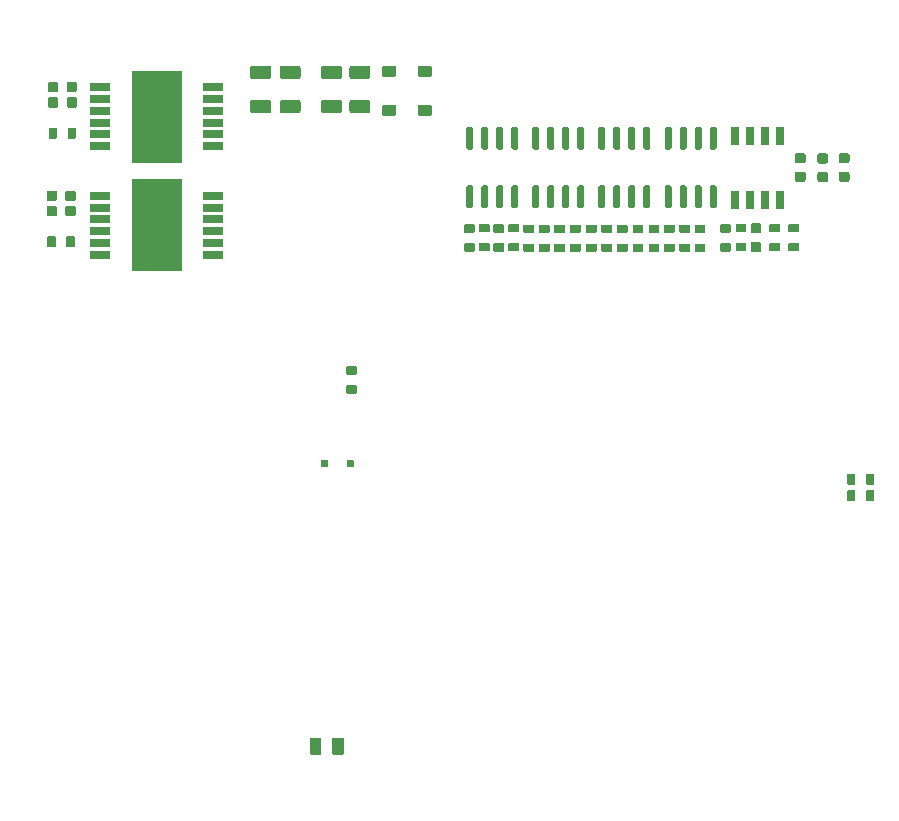
<source format=gtp>
G04 #@! TF.GenerationSoftware,KiCad,Pcbnew,8.0.9-8.0.9-0~ubuntu24.04.1*
G04 #@! TF.CreationDate,2026-01-01T22:03:07+00:00*
G04 #@! TF.ProjectId,PROLT,50524f4c-542e-46b6-9963-61645f706362,rev?*
G04 #@! TF.SameCoordinates,Original*
G04 #@! TF.FileFunction,Paste,Top*
G04 #@! TF.FilePolarity,Positive*
%FSLAX46Y46*%
G04 Gerber Fmt 4.6, Leading zero omitted, Abs format (unit mm)*
G04 Created by KiCad (PCBNEW 8.0.9-8.0.9-0~ubuntu24.04.1) date 2026-01-01 22:03:07*
%MOMM*%
%LPD*%
G01*
G04 APERTURE LIST*
%ADD10R,0.650000X1.525000*%
%ADD11R,1.750000X0.650000*%
%ADD12R,4.300000X7.900000*%
G04 APERTURE END LIST*
G04 #@! TO.C,R9*
G36*
G01*
X38055000Y43773405D02*
X37275000Y43773405D01*
G75*
G02*
X37205000Y43843405I0J70000D01*
G01*
X37205000Y44403405D01*
G75*
G02*
X37275000Y44473405I70000J0D01*
G01*
X38055000Y44473405D01*
G75*
G02*
X38125000Y44403405I0J-70000D01*
G01*
X38125000Y43843405D01*
G75*
G02*
X38055000Y43773405I-70000J0D01*
G01*
G37*
G36*
G01*
X38055000Y45373405D02*
X37275000Y45373405D01*
G75*
G02*
X37205000Y45443405I0J70000D01*
G01*
X37205000Y46003405D01*
G75*
G02*
X37275000Y46073405I70000J0D01*
G01*
X38055000Y46073405D01*
G75*
G02*
X38125000Y46003405I0J-70000D01*
G01*
X38125000Y45443405D01*
G75*
G02*
X38055000Y45373405I-70000J0D01*
G01*
G37*
G04 #@! TD*
G04 #@! TO.C,U2*
G36*
G01*
X49045000Y47450000D02*
X48745000Y47450000D01*
G75*
G02*
X48595000Y47600000I0J150000D01*
G01*
X48595000Y49250000D01*
G75*
G02*
X48745000Y49400000I150000J0D01*
G01*
X49045000Y49400000D01*
G75*
G02*
X49195000Y49250000I0J-150000D01*
G01*
X49195000Y47600000D01*
G75*
G02*
X49045000Y47450000I-150000J0D01*
G01*
G37*
G36*
G01*
X50315000Y47450000D02*
X50015000Y47450000D01*
G75*
G02*
X49865000Y47600000I0J150000D01*
G01*
X49865000Y49250000D01*
G75*
G02*
X50015000Y49400000I150000J0D01*
G01*
X50315000Y49400000D01*
G75*
G02*
X50465000Y49250000I0J-150000D01*
G01*
X50465000Y47600000D01*
G75*
G02*
X50315000Y47450000I-150000J0D01*
G01*
G37*
G36*
G01*
X51585000Y47450000D02*
X51285000Y47450000D01*
G75*
G02*
X51135000Y47600000I0J150000D01*
G01*
X51135000Y49250000D01*
G75*
G02*
X51285000Y49400000I150000J0D01*
G01*
X51585000Y49400000D01*
G75*
G02*
X51735000Y49250000I0J-150000D01*
G01*
X51735000Y47600000D01*
G75*
G02*
X51585000Y47450000I-150000J0D01*
G01*
G37*
G36*
G01*
X52855000Y47450000D02*
X52555000Y47450000D01*
G75*
G02*
X52405000Y47600000I0J150000D01*
G01*
X52405000Y49250000D01*
G75*
G02*
X52555000Y49400000I150000J0D01*
G01*
X52855000Y49400000D01*
G75*
G02*
X53005000Y49250000I0J-150000D01*
G01*
X53005000Y47600000D01*
G75*
G02*
X52855000Y47450000I-150000J0D01*
G01*
G37*
G36*
G01*
X52855000Y52400000D02*
X52555000Y52400000D01*
G75*
G02*
X52405000Y52550000I0J150000D01*
G01*
X52405000Y54200000D01*
G75*
G02*
X52555000Y54350000I150000J0D01*
G01*
X52855000Y54350000D01*
G75*
G02*
X53005000Y54200000I0J-150000D01*
G01*
X53005000Y52550000D01*
G75*
G02*
X52855000Y52400000I-150000J0D01*
G01*
G37*
G36*
G01*
X51585000Y52400000D02*
X51285000Y52400000D01*
G75*
G02*
X51135000Y52550000I0J150000D01*
G01*
X51135000Y54200000D01*
G75*
G02*
X51285000Y54350000I150000J0D01*
G01*
X51585000Y54350000D01*
G75*
G02*
X51735000Y54200000I0J-150000D01*
G01*
X51735000Y52550000D01*
G75*
G02*
X51585000Y52400000I-150000J0D01*
G01*
G37*
G36*
G01*
X50315000Y52400000D02*
X50015000Y52400000D01*
G75*
G02*
X49865000Y52550000I0J150000D01*
G01*
X49865000Y54200000D01*
G75*
G02*
X50015000Y54350000I150000J0D01*
G01*
X50315000Y54350000D01*
G75*
G02*
X50465000Y54200000I0J-150000D01*
G01*
X50465000Y52550000D01*
G75*
G02*
X50315000Y52400000I-150000J0D01*
G01*
G37*
G36*
G01*
X49045000Y52400000D02*
X48745000Y52400000D01*
G75*
G02*
X48595000Y52550000I0J150000D01*
G01*
X48595000Y54200000D01*
G75*
G02*
X48745000Y54350000I150000J0D01*
G01*
X49045000Y54350000D01*
G75*
G02*
X49195000Y54200000I0J-150000D01*
G01*
X49195000Y52550000D01*
G75*
G02*
X49045000Y52400000I-150000J0D01*
G01*
G37*
G04 #@! TD*
G04 #@! TO.C,C1*
G36*
G01*
X62270000Y43734999D02*
X61590000Y43734999D01*
G75*
G02*
X61505000Y43819999I0J85000D01*
G01*
X61505000Y44499999D01*
G75*
G02*
X61590000Y44584999I85000J0D01*
G01*
X62270000Y44584999D01*
G75*
G02*
X62355000Y44499999I0J-85000D01*
G01*
X62355000Y43819999D01*
G75*
G02*
X62270000Y43734999I-85000J0D01*
G01*
G37*
G36*
G01*
X62270000Y45315001D02*
X61590000Y45315001D01*
G75*
G02*
X61505000Y45400001I0J85000D01*
G01*
X61505000Y46080001D01*
G75*
G02*
X61590000Y46165001I85000J0D01*
G01*
X62270000Y46165001D01*
G75*
G02*
X62355000Y46080001I0J-85000D01*
G01*
X62355000Y45400001D01*
G75*
G02*
X62270000Y45315001I-85000J0D01*
G01*
G37*
G04 #@! TD*
G04 #@! TO.C,R3*
G36*
G01*
X43610000Y46050000D02*
X44390000Y46050000D01*
G75*
G02*
X44460000Y45980000I0J-70000D01*
G01*
X44460000Y45420000D01*
G75*
G02*
X44390000Y45350000I-70000J0D01*
G01*
X43610000Y45350000D01*
G75*
G02*
X43540000Y45420000I0J70000D01*
G01*
X43540000Y45980000D01*
G75*
G02*
X43610000Y46050000I70000J0D01*
G01*
G37*
G36*
G01*
X43610000Y44450000D02*
X44390000Y44450000D01*
G75*
G02*
X44460000Y44380000I0J-70000D01*
G01*
X44460000Y43820000D01*
G75*
G02*
X44390000Y43750000I-70000J0D01*
G01*
X43610000Y43750000D01*
G75*
G02*
X43540000Y43820000I0J70000D01*
G01*
X43540000Y44380000D01*
G75*
G02*
X43610000Y44450000I70000J0D01*
G01*
G37*
G04 #@! TD*
G04 #@! TO.C,C26*
G36*
G01*
X1894998Y48160000D02*
X1894998Y48840000D01*
G75*
G02*
X1979998Y48925000I85000J0D01*
G01*
X2659998Y48925000D01*
G75*
G02*
X2744998Y48840000I0J-85000D01*
G01*
X2744998Y48160000D01*
G75*
G02*
X2659998Y48075000I-85000J0D01*
G01*
X1979998Y48075000D01*
G75*
G02*
X1894998Y48160000I0J85000D01*
G01*
G37*
G36*
G01*
X3475000Y48160000D02*
X3475000Y48840000D01*
G75*
G02*
X3560000Y48925000I85000J0D01*
G01*
X4240000Y48925000D01*
G75*
G02*
X4325000Y48840000I0J-85000D01*
G01*
X4325000Y48160000D01*
G75*
G02*
X4240000Y48075000I-85000J0D01*
G01*
X3560000Y48075000D01*
G75*
G02*
X3475000Y48160000I0J85000D01*
G01*
G37*
G04 #@! TD*
G04 #@! TO.C,R15*
G36*
G01*
X71950000Y23490000D02*
X71950000Y22710000D01*
G75*
G02*
X71880000Y22640000I-70000J0D01*
G01*
X71320000Y22640000D01*
G75*
G02*
X71250000Y22710000I0J70000D01*
G01*
X71250000Y23490000D01*
G75*
G02*
X71320000Y23560000I70000J0D01*
G01*
X71880000Y23560000D01*
G75*
G02*
X71950000Y23490000I0J-70000D01*
G01*
G37*
G36*
G01*
X70350000Y23490000D02*
X70350000Y22710000D01*
G75*
G02*
X70280000Y22640000I-70000J0D01*
G01*
X69720000Y22640000D01*
G75*
G02*
X69650000Y22710000I0J70000D01*
G01*
X69650000Y23490000D01*
G75*
G02*
X69720000Y23560000I70000J0D01*
G01*
X70280000Y23560000D01*
G75*
G02*
X70350000Y23490000I0J-70000D01*
G01*
G37*
G04 #@! TD*
G04 #@! TO.C,U1*
G36*
G01*
X43445000Y47450000D02*
X43145000Y47450000D01*
G75*
G02*
X42995000Y47600000I0J150000D01*
G01*
X42995000Y49250000D01*
G75*
G02*
X43145000Y49400000I150000J0D01*
G01*
X43445000Y49400000D01*
G75*
G02*
X43595000Y49250000I0J-150000D01*
G01*
X43595000Y47600000D01*
G75*
G02*
X43445000Y47450000I-150000J0D01*
G01*
G37*
G36*
G01*
X44715000Y47450000D02*
X44415000Y47450000D01*
G75*
G02*
X44265000Y47600000I0J150000D01*
G01*
X44265000Y49250000D01*
G75*
G02*
X44415000Y49400000I150000J0D01*
G01*
X44715000Y49400000D01*
G75*
G02*
X44865000Y49250000I0J-150000D01*
G01*
X44865000Y47600000D01*
G75*
G02*
X44715000Y47450000I-150000J0D01*
G01*
G37*
G36*
G01*
X45985000Y47450000D02*
X45685000Y47450000D01*
G75*
G02*
X45535000Y47600000I0J150000D01*
G01*
X45535000Y49250000D01*
G75*
G02*
X45685000Y49400000I150000J0D01*
G01*
X45985000Y49400000D01*
G75*
G02*
X46135000Y49250000I0J-150000D01*
G01*
X46135000Y47600000D01*
G75*
G02*
X45985000Y47450000I-150000J0D01*
G01*
G37*
G36*
G01*
X47255000Y47450000D02*
X46955000Y47450000D01*
G75*
G02*
X46805000Y47600000I0J150000D01*
G01*
X46805000Y49250000D01*
G75*
G02*
X46955000Y49400000I150000J0D01*
G01*
X47255000Y49400000D01*
G75*
G02*
X47405000Y49250000I0J-150000D01*
G01*
X47405000Y47600000D01*
G75*
G02*
X47255000Y47450000I-150000J0D01*
G01*
G37*
G36*
G01*
X47255000Y52400000D02*
X46955000Y52400000D01*
G75*
G02*
X46805000Y52550000I0J150000D01*
G01*
X46805000Y54200000D01*
G75*
G02*
X46955000Y54350000I150000J0D01*
G01*
X47255000Y54350000D01*
G75*
G02*
X47405000Y54200000I0J-150000D01*
G01*
X47405000Y52550000D01*
G75*
G02*
X47255000Y52400000I-150000J0D01*
G01*
G37*
G36*
G01*
X45985000Y52400000D02*
X45685000Y52400000D01*
G75*
G02*
X45535000Y52550000I0J150000D01*
G01*
X45535000Y54200000D01*
G75*
G02*
X45685000Y54350000I150000J0D01*
G01*
X45985000Y54350000D01*
G75*
G02*
X46135000Y54200000I0J-150000D01*
G01*
X46135000Y52550000D01*
G75*
G02*
X45985000Y52400000I-150000J0D01*
G01*
G37*
G36*
G01*
X44715000Y52400000D02*
X44415000Y52400000D01*
G75*
G02*
X44265000Y52550000I0J150000D01*
G01*
X44265000Y54200000D01*
G75*
G02*
X44415000Y54350000I150000J0D01*
G01*
X44715000Y54350000D01*
G75*
G02*
X44865000Y54200000I0J-150000D01*
G01*
X44865000Y52550000D01*
G75*
G02*
X44715000Y52400000I-150000J0D01*
G01*
G37*
G36*
G01*
X43445000Y52400000D02*
X43145000Y52400000D01*
G75*
G02*
X42995000Y52550000I0J150000D01*
G01*
X42995000Y54200000D01*
G75*
G02*
X43145000Y54350000I150000J0D01*
G01*
X43445000Y54350000D01*
G75*
G02*
X43595000Y54200000I0J-150000D01*
G01*
X43595000Y52550000D01*
G75*
G02*
X43445000Y52400000I-150000J0D01*
G01*
G37*
G04 #@! TD*
G04 #@! TO.C,F7*
G36*
G01*
X27500000Y58605010D02*
X27500000Y59295010D01*
G75*
G02*
X27730000Y59525010I230000J0D01*
G01*
X29070000Y59525010D01*
G75*
G02*
X29300000Y59295010I0J-230000D01*
G01*
X29300000Y58605010D01*
G75*
G02*
X29070000Y58375010I-230000J0D01*
G01*
X27730000Y58375010D01*
G75*
G02*
X27500000Y58605010I0J230000D01*
G01*
G37*
G36*
G01*
X27500000Y55704990D02*
X27500000Y56394990D01*
G75*
G02*
X27730000Y56624990I230000J0D01*
G01*
X29070000Y56624990D01*
G75*
G02*
X29300000Y56394990I0J-230000D01*
G01*
X29300000Y55704990D01*
G75*
G02*
X29070000Y55474990I-230000J0D01*
G01*
X27730000Y55474990D01*
G75*
G02*
X27500000Y55704990I0J230000D01*
G01*
G37*
G04 #@! TD*
G04 #@! TO.C,R20*
G36*
G01*
X51558175Y46055000D02*
X52338175Y46055000D01*
G75*
G02*
X52408175Y45985000I0J-70000D01*
G01*
X52408175Y45425000D01*
G75*
G02*
X52338175Y45355000I-70000J0D01*
G01*
X51558175Y45355000D01*
G75*
G02*
X51488175Y45425000I0J70000D01*
G01*
X51488175Y45985000D01*
G75*
G02*
X51558175Y46055000I70000J0D01*
G01*
G37*
G36*
G01*
X51558175Y44455000D02*
X52338175Y44455000D01*
G75*
G02*
X52408175Y44385000I0J-70000D01*
G01*
X52408175Y43825000D01*
G75*
G02*
X52338175Y43755000I-70000J0D01*
G01*
X51558175Y43755000D01*
G75*
G02*
X51488175Y43825000I0J70000D01*
G01*
X51488175Y44385000D01*
G75*
G02*
X51558175Y44455000I70000J0D01*
G01*
G37*
G04 #@! TD*
D10*
G04 #@! TO.C,IC1*
X60160000Y48113000D03*
X61430000Y48113000D03*
X62700000Y48113000D03*
X63970000Y48113000D03*
X63970000Y53537000D03*
X62700000Y53537000D03*
X61430000Y53537000D03*
X60160000Y53537000D03*
G04 #@! TD*
G04 #@! TO.C,R12*
G36*
G01*
X4250000Y44990000D02*
X4250000Y44210000D01*
G75*
G02*
X4180000Y44140000I-70000J0D01*
G01*
X3620000Y44140000D01*
G75*
G02*
X3550000Y44210000I0J70000D01*
G01*
X3550000Y44990000D01*
G75*
G02*
X3620000Y45060000I70000J0D01*
G01*
X4180000Y45060000D01*
G75*
G02*
X4250000Y44990000I0J-70000D01*
G01*
G37*
G36*
G01*
X2650000Y44990000D02*
X2650000Y44210000D01*
G75*
G02*
X2580000Y44140000I-70000J0D01*
G01*
X2020000Y44140000D01*
G75*
G02*
X1950000Y44210000I0J70000D01*
G01*
X1950000Y44990000D01*
G75*
G02*
X2020000Y45060000I70000J0D01*
G01*
X2580000Y45060000D01*
G75*
G02*
X2650000Y44990000I0J-70000D01*
G01*
G37*
G04 #@! TD*
G04 #@! TO.C,R25*
G36*
G01*
X54210000Y46050000D02*
X54990000Y46050000D01*
G75*
G02*
X55060000Y45980000I0J-70000D01*
G01*
X55060000Y45420000D01*
G75*
G02*
X54990000Y45350000I-70000J0D01*
G01*
X54210000Y45350000D01*
G75*
G02*
X54140000Y45420000I0J70000D01*
G01*
X54140000Y45980000D01*
G75*
G02*
X54210000Y46050000I70000J0D01*
G01*
G37*
G36*
G01*
X54210000Y44450000D02*
X54990000Y44450000D01*
G75*
G02*
X55060000Y44380000I0J-70000D01*
G01*
X55060000Y43820000D01*
G75*
G02*
X54990000Y43750000I-70000J0D01*
G01*
X54210000Y43750000D01*
G75*
G02*
X54140000Y43820000I0J70000D01*
G01*
X54140000Y44380000D01*
G75*
G02*
X54210000Y44450000I70000J0D01*
G01*
G37*
G04 #@! TD*
G04 #@! TO.C,C13*
G36*
G01*
X1994998Y57360000D02*
X1994998Y58040000D01*
G75*
G02*
X2079998Y58125000I85000J0D01*
G01*
X2759998Y58125000D01*
G75*
G02*
X2844998Y58040000I0J-85000D01*
G01*
X2844998Y57360000D01*
G75*
G02*
X2759998Y57275000I-85000J0D01*
G01*
X2079998Y57275000D01*
G75*
G02*
X1994998Y57360000I0J85000D01*
G01*
G37*
G36*
G01*
X3575000Y57360000D02*
X3575000Y58040000D01*
G75*
G02*
X3660000Y58125000I85000J0D01*
G01*
X4340000Y58125000D01*
G75*
G02*
X4425000Y58040000I0J-85000D01*
G01*
X4425000Y57360000D01*
G75*
G02*
X4340000Y57275000I-85000J0D01*
G01*
X3660000Y57275000D01*
G75*
G02*
X3575000Y57360000I0J85000D01*
G01*
G37*
G04 #@! TD*
G04 #@! TO.C,R14*
G36*
G01*
X69650000Y24110000D02*
X69650000Y24890000D01*
G75*
G02*
X69720000Y24960000I70000J0D01*
G01*
X70280000Y24960000D01*
G75*
G02*
X70350000Y24890000I0J-70000D01*
G01*
X70350000Y24110000D01*
G75*
G02*
X70280000Y24040000I-70000J0D01*
G01*
X69720000Y24040000D01*
G75*
G02*
X69650000Y24110000I0J70000D01*
G01*
G37*
G36*
G01*
X71250000Y24110000D02*
X71250000Y24890000D01*
G75*
G02*
X71320000Y24960000I70000J0D01*
G01*
X71880000Y24960000D01*
G75*
G02*
X71950000Y24890000I0J-70000D01*
G01*
X71950000Y24110000D01*
G75*
G02*
X71880000Y24040000I-70000J0D01*
G01*
X71320000Y24040000D01*
G75*
G02*
X71250000Y24110000I0J70000D01*
G01*
G37*
G04 #@! TD*
G04 #@! TO.C,R19*
G36*
G01*
X48910000Y46050000D02*
X49690000Y46050000D01*
G75*
G02*
X49760000Y45980000I0J-70000D01*
G01*
X49760000Y45420000D01*
G75*
G02*
X49690000Y45350000I-70000J0D01*
G01*
X48910000Y45350000D01*
G75*
G02*
X48840000Y45420000I0J70000D01*
G01*
X48840000Y45980000D01*
G75*
G02*
X48910000Y46050000I70000J0D01*
G01*
G37*
G36*
G01*
X48910000Y44450000D02*
X49690000Y44450000D01*
G75*
G02*
X49760000Y44380000I0J-70000D01*
G01*
X49760000Y43820000D01*
G75*
G02*
X49690000Y43750000I-70000J0D01*
G01*
X48910000Y43750000D01*
G75*
G02*
X48840000Y43820000I0J70000D01*
G01*
X48840000Y44380000D01*
G75*
G02*
X48910000Y44450000I70000J0D01*
G01*
G37*
G04 #@! TD*
G04 #@! TO.C,R2*
G36*
G01*
X45690000Y43750000D02*
X44910000Y43750000D01*
G75*
G02*
X44840000Y43820000I0J70000D01*
G01*
X44840000Y44380000D01*
G75*
G02*
X44910000Y44450000I70000J0D01*
G01*
X45690000Y44450000D01*
G75*
G02*
X45760000Y44380000I0J-70000D01*
G01*
X45760000Y43820000D01*
G75*
G02*
X45690000Y43750000I-70000J0D01*
G01*
G37*
G36*
G01*
X45690000Y45350000D02*
X44910000Y45350000D01*
G75*
G02*
X44840000Y45420000I0J70000D01*
G01*
X44840000Y45980000D01*
G75*
G02*
X44910000Y46050000I70000J0D01*
G01*
X45690000Y46050000D01*
G75*
G02*
X45760000Y45980000I0J-70000D01*
G01*
X45760000Y45420000D01*
G75*
G02*
X45690000Y45350000I-70000J0D01*
G01*
G37*
G04 #@! TD*
D11*
G04 #@! TO.C,IC3*
X16000000Y43500000D03*
X16000000Y44500000D03*
X16000000Y45500000D03*
X16000000Y46500000D03*
X16000000Y47500000D03*
X16000000Y48500000D03*
X6400000Y48500000D03*
X6400000Y47500000D03*
X6400000Y46500000D03*
X6400000Y45500000D03*
X6400000Y44500000D03*
X6400000Y43500000D03*
D12*
X11200000Y46000000D03*
G04 #@! TD*
G04 #@! TO.C,D3*
G36*
G01*
X27838502Y25512502D02*
X27358502Y25512502D01*
G75*
G02*
X27298502Y25572502I0J60000D01*
G01*
X27298502Y26052502D01*
G75*
G02*
X27358502Y26112502I60000J0D01*
G01*
X27838502Y26112502D01*
G75*
G02*
X27898502Y26052502I0J-60000D01*
G01*
X27898502Y25572502D01*
G75*
G02*
X27838502Y25512502I-60000J0D01*
G01*
G37*
G36*
G01*
X25638502Y25512502D02*
X25158502Y25512502D01*
G75*
G02*
X25098502Y25572502I0J60000D01*
G01*
X25098502Y26052502D01*
G75*
G02*
X25158502Y26112502I60000J0D01*
G01*
X25638502Y26112502D01*
G75*
G02*
X25698502Y26052502I0J-60000D01*
G01*
X25698502Y25572502D01*
G75*
G02*
X25638502Y25512502I-60000J0D01*
G01*
G37*
G04 #@! TD*
G04 #@! TO.C,R24*
G36*
G01*
X56290000Y43750000D02*
X55510000Y43750000D01*
G75*
G02*
X55440000Y43820000I0J70000D01*
G01*
X55440000Y44380000D01*
G75*
G02*
X55510000Y44450000I70000J0D01*
G01*
X56290000Y44450000D01*
G75*
G02*
X56360000Y44380000I0J-70000D01*
G01*
X56360000Y43820000D01*
G75*
G02*
X56290000Y43750000I-70000J0D01*
G01*
G37*
G36*
G01*
X56290000Y45350000D02*
X55510000Y45350000D01*
G75*
G02*
X55440000Y45420000I0J70000D01*
G01*
X55440000Y45980000D01*
G75*
G02*
X55510000Y46050000I70000J0D01*
G01*
X56290000Y46050000D01*
G75*
G02*
X56360000Y45980000I0J-70000D01*
G01*
X56360000Y45420000D01*
G75*
G02*
X56290000Y45350000I-70000J0D01*
G01*
G37*
G04 #@! TD*
G04 #@! TO.C,C27*
G36*
G01*
X1894998Y46860000D02*
X1894998Y47540000D01*
G75*
G02*
X1979998Y47625000I85000J0D01*
G01*
X2659998Y47625000D01*
G75*
G02*
X2744998Y47540000I0J-85000D01*
G01*
X2744998Y46860000D01*
G75*
G02*
X2659998Y46775000I-85000J0D01*
G01*
X1979998Y46775000D01*
G75*
G02*
X1894998Y46860000I0J85000D01*
G01*
G37*
G36*
G01*
X3475000Y46860000D02*
X3475000Y47540000D01*
G75*
G02*
X3560000Y47625000I85000J0D01*
G01*
X4240000Y47625000D01*
G75*
G02*
X4325000Y47540000I0J-85000D01*
G01*
X4325000Y46860000D01*
G75*
G02*
X4240000Y46775000I-85000J0D01*
G01*
X3560000Y46775000D01*
G75*
G02*
X3475000Y46860000I0J85000D01*
G01*
G37*
G04 #@! TD*
G04 #@! TO.C,R13*
G36*
G01*
X28090000Y31750000D02*
X27310000Y31750000D01*
G75*
G02*
X27240000Y31820000I0J70000D01*
G01*
X27240000Y32380000D01*
G75*
G02*
X27310000Y32450000I70000J0D01*
G01*
X28090000Y32450000D01*
G75*
G02*
X28160000Y32380000I0J-70000D01*
G01*
X28160000Y31820000D01*
G75*
G02*
X28090000Y31750000I-70000J0D01*
G01*
G37*
G36*
G01*
X28090000Y33350000D02*
X27310000Y33350000D01*
G75*
G02*
X27240000Y33420000I0J70000D01*
G01*
X27240000Y33980000D01*
G75*
G02*
X27310000Y34050000I70000J0D01*
G01*
X28090000Y34050000D01*
G75*
G02*
X28160000Y33980000I0J-70000D01*
G01*
X28160000Y33420000D01*
G75*
G02*
X28090000Y33350000I-70000J0D01*
G01*
G37*
G04 #@! TD*
G04 #@! TO.C,U3*
G36*
G01*
X54645000Y47450000D02*
X54345000Y47450000D01*
G75*
G02*
X54195000Y47600000I0J150000D01*
G01*
X54195000Y49250000D01*
G75*
G02*
X54345000Y49400000I150000J0D01*
G01*
X54645000Y49400000D01*
G75*
G02*
X54795000Y49250000I0J-150000D01*
G01*
X54795000Y47600000D01*
G75*
G02*
X54645000Y47450000I-150000J0D01*
G01*
G37*
G36*
G01*
X55915000Y47450000D02*
X55615000Y47450000D01*
G75*
G02*
X55465000Y47600000I0J150000D01*
G01*
X55465000Y49250000D01*
G75*
G02*
X55615000Y49400000I150000J0D01*
G01*
X55915000Y49400000D01*
G75*
G02*
X56065000Y49250000I0J-150000D01*
G01*
X56065000Y47600000D01*
G75*
G02*
X55915000Y47450000I-150000J0D01*
G01*
G37*
G36*
G01*
X57185000Y47450000D02*
X56885000Y47450000D01*
G75*
G02*
X56735000Y47600000I0J150000D01*
G01*
X56735000Y49250000D01*
G75*
G02*
X56885000Y49400000I150000J0D01*
G01*
X57185000Y49400000D01*
G75*
G02*
X57335000Y49250000I0J-150000D01*
G01*
X57335000Y47600000D01*
G75*
G02*
X57185000Y47450000I-150000J0D01*
G01*
G37*
G36*
G01*
X58455000Y47450000D02*
X58155000Y47450000D01*
G75*
G02*
X58005000Y47600000I0J150000D01*
G01*
X58005000Y49250000D01*
G75*
G02*
X58155000Y49400000I150000J0D01*
G01*
X58455000Y49400000D01*
G75*
G02*
X58605000Y49250000I0J-150000D01*
G01*
X58605000Y47600000D01*
G75*
G02*
X58455000Y47450000I-150000J0D01*
G01*
G37*
G36*
G01*
X58455000Y52400000D02*
X58155000Y52400000D01*
G75*
G02*
X58005000Y52550000I0J150000D01*
G01*
X58005000Y54200000D01*
G75*
G02*
X58155000Y54350000I150000J0D01*
G01*
X58455000Y54350000D01*
G75*
G02*
X58605000Y54200000I0J-150000D01*
G01*
X58605000Y52550000D01*
G75*
G02*
X58455000Y52400000I-150000J0D01*
G01*
G37*
G36*
G01*
X57185000Y52400000D02*
X56885000Y52400000D01*
G75*
G02*
X56735000Y52550000I0J150000D01*
G01*
X56735000Y54200000D01*
G75*
G02*
X56885000Y54350000I150000J0D01*
G01*
X57185000Y54350000D01*
G75*
G02*
X57335000Y54200000I0J-150000D01*
G01*
X57335000Y52550000D01*
G75*
G02*
X57185000Y52400000I-150000J0D01*
G01*
G37*
G36*
G01*
X55915000Y52400000D02*
X55615000Y52400000D01*
G75*
G02*
X55465000Y52550000I0J150000D01*
G01*
X55465000Y54200000D01*
G75*
G02*
X55615000Y54350000I150000J0D01*
G01*
X55915000Y54350000D01*
G75*
G02*
X56065000Y54200000I0J-150000D01*
G01*
X56065000Y52550000D01*
G75*
G02*
X55915000Y52400000I-150000J0D01*
G01*
G37*
G36*
G01*
X54645000Y52400000D02*
X54345000Y52400000D01*
G75*
G02*
X54195000Y52550000I0J150000D01*
G01*
X54195000Y54200000D01*
G75*
G02*
X54345000Y54350000I150000J0D01*
G01*
X54645000Y54350000D01*
G75*
G02*
X54795000Y54200000I0J-150000D01*
G01*
X54795000Y52550000D01*
G75*
G02*
X54645000Y52400000I-150000J0D01*
G01*
G37*
G04 #@! TD*
G04 #@! TO.C,R5*
G36*
G01*
X59755000Y43775000D02*
X58975000Y43775000D01*
G75*
G02*
X58905000Y43845000I0J70000D01*
G01*
X58905000Y44405000D01*
G75*
G02*
X58975000Y44475000I70000J0D01*
G01*
X59755000Y44475000D01*
G75*
G02*
X59825000Y44405000I0J-70000D01*
G01*
X59825000Y43845000D01*
G75*
G02*
X59755000Y43775000I-70000J0D01*
G01*
G37*
G36*
G01*
X59755000Y45375000D02*
X58975000Y45375000D01*
G75*
G02*
X58905000Y45445000I0J70000D01*
G01*
X58905000Y46005000D01*
G75*
G02*
X58975000Y46075000I70000J0D01*
G01*
X59755000Y46075000D01*
G75*
G02*
X59825000Y46005000I0J-70000D01*
G01*
X59825000Y45445000D01*
G75*
G02*
X59755000Y45375000I-70000J0D01*
G01*
G37*
G04 #@! TD*
G04 #@! TO.C,R21*
G36*
G01*
X38535000Y46100000D02*
X39315000Y46100000D01*
G75*
G02*
X39385000Y46030000I0J-70000D01*
G01*
X39385000Y45470000D01*
G75*
G02*
X39315000Y45400000I-70000J0D01*
G01*
X38535000Y45400000D01*
G75*
G02*
X38465000Y45470000I0J70000D01*
G01*
X38465000Y46030000D01*
G75*
G02*
X38535000Y46100000I70000J0D01*
G01*
G37*
G36*
G01*
X38535000Y44500000D02*
X39315000Y44500000D01*
G75*
G02*
X39385000Y44430000I0J-70000D01*
G01*
X39385000Y43870000D01*
G75*
G02*
X39315000Y43800000I-70000J0D01*
G01*
X38535000Y43800000D01*
G75*
G02*
X38465000Y43870000I0J70000D01*
G01*
X38465000Y44430000D01*
G75*
G02*
X38535000Y44500000I70000J0D01*
G01*
G37*
G04 #@! TD*
D11*
G04 #@! TO.C,IC2*
X16000000Y52700000D03*
X16000000Y53700000D03*
X16000000Y54700000D03*
X16000000Y55700000D03*
X16000000Y56700000D03*
X16000000Y57700000D03*
X6400000Y57700000D03*
X6400000Y56700000D03*
X6400000Y55700000D03*
X6400000Y54700000D03*
X6400000Y53700000D03*
X6400000Y52700000D03*
D12*
X11200000Y55200000D03*
G04 #@! TD*
G04 #@! TO.C,R1*
G36*
G01*
X43090000Y43750000D02*
X42310000Y43750000D01*
G75*
G02*
X42240000Y43820000I0J70000D01*
G01*
X42240000Y44380000D01*
G75*
G02*
X42310000Y44450000I70000J0D01*
G01*
X43090000Y44450000D01*
G75*
G02*
X43160000Y44380000I0J-70000D01*
G01*
X43160000Y43820000D01*
G75*
G02*
X43090000Y43750000I-70000J0D01*
G01*
G37*
G36*
G01*
X43090000Y45350000D02*
X42310000Y45350000D01*
G75*
G02*
X42240000Y45420000I0J70000D01*
G01*
X42240000Y45980000D01*
G75*
G02*
X42310000Y46050000I70000J0D01*
G01*
X43090000Y46050000D01*
G75*
G02*
X43160000Y45980000I0J-70000D01*
G01*
X43160000Y45420000D01*
G75*
G02*
X43090000Y45350000I-70000J0D01*
G01*
G37*
G04 #@! TD*
G04 #@! TO.C,F2*
G36*
G01*
X67343750Y52100000D02*
X67856250Y52100000D01*
G75*
G02*
X68075000Y51881250I0J-218750D01*
G01*
X68075000Y51443750D01*
G75*
G02*
X67856250Y51225000I-218750J0D01*
G01*
X67343750Y51225000D01*
G75*
G02*
X67125000Y51443750I0J218750D01*
G01*
X67125000Y51881250D01*
G75*
G02*
X67343750Y52100000I218750J0D01*
G01*
G37*
G36*
G01*
X67343750Y50525000D02*
X67856250Y50525000D01*
G75*
G02*
X68075000Y50306250I0J-218750D01*
G01*
X68075000Y49868750D01*
G75*
G02*
X67856250Y49650000I-218750J0D01*
G01*
X67343750Y49650000D01*
G75*
G02*
X67125000Y49868750I0J218750D01*
G01*
X67125000Y50306250D01*
G75*
G02*
X67343750Y50525000I218750J0D01*
G01*
G37*
G04 #@! TD*
G04 #@! TO.C,U4*
G36*
G01*
X37845000Y47450000D02*
X37545000Y47450000D01*
G75*
G02*
X37395000Y47600000I0J150000D01*
G01*
X37395000Y49250000D01*
G75*
G02*
X37545000Y49400000I150000J0D01*
G01*
X37845000Y49400000D01*
G75*
G02*
X37995000Y49250000I0J-150000D01*
G01*
X37995000Y47600000D01*
G75*
G02*
X37845000Y47450000I-150000J0D01*
G01*
G37*
G36*
G01*
X39115000Y47450000D02*
X38815000Y47450000D01*
G75*
G02*
X38665000Y47600000I0J150000D01*
G01*
X38665000Y49250000D01*
G75*
G02*
X38815000Y49400000I150000J0D01*
G01*
X39115000Y49400000D01*
G75*
G02*
X39265000Y49250000I0J-150000D01*
G01*
X39265000Y47600000D01*
G75*
G02*
X39115000Y47450000I-150000J0D01*
G01*
G37*
G36*
G01*
X40385000Y47450000D02*
X40085000Y47450000D01*
G75*
G02*
X39935000Y47600000I0J150000D01*
G01*
X39935000Y49250000D01*
G75*
G02*
X40085000Y49400000I150000J0D01*
G01*
X40385000Y49400000D01*
G75*
G02*
X40535000Y49250000I0J-150000D01*
G01*
X40535000Y47600000D01*
G75*
G02*
X40385000Y47450000I-150000J0D01*
G01*
G37*
G36*
G01*
X41655000Y47450000D02*
X41355000Y47450000D01*
G75*
G02*
X41205000Y47600000I0J150000D01*
G01*
X41205000Y49250000D01*
G75*
G02*
X41355000Y49400000I150000J0D01*
G01*
X41655000Y49400000D01*
G75*
G02*
X41805000Y49250000I0J-150000D01*
G01*
X41805000Y47600000D01*
G75*
G02*
X41655000Y47450000I-150000J0D01*
G01*
G37*
G36*
G01*
X41655000Y52400000D02*
X41355000Y52400000D01*
G75*
G02*
X41205000Y52550000I0J150000D01*
G01*
X41205000Y54200000D01*
G75*
G02*
X41355000Y54350000I150000J0D01*
G01*
X41655000Y54350000D01*
G75*
G02*
X41805000Y54200000I0J-150000D01*
G01*
X41805000Y52550000D01*
G75*
G02*
X41655000Y52400000I-150000J0D01*
G01*
G37*
G36*
G01*
X40385000Y52400000D02*
X40085000Y52400000D01*
G75*
G02*
X39935000Y52550000I0J150000D01*
G01*
X39935000Y54200000D01*
G75*
G02*
X40085000Y54350000I150000J0D01*
G01*
X40385000Y54350000D01*
G75*
G02*
X40535000Y54200000I0J-150000D01*
G01*
X40535000Y52550000D01*
G75*
G02*
X40385000Y52400000I-150000J0D01*
G01*
G37*
G36*
G01*
X39115000Y52400000D02*
X38815000Y52400000D01*
G75*
G02*
X38665000Y52550000I0J150000D01*
G01*
X38665000Y54200000D01*
G75*
G02*
X38815000Y54350000I150000J0D01*
G01*
X39115000Y54350000D01*
G75*
G02*
X39265000Y54200000I0J-150000D01*
G01*
X39265000Y52550000D01*
G75*
G02*
X39115000Y52400000I-150000J0D01*
G01*
G37*
G36*
G01*
X37845000Y52400000D02*
X37545000Y52400000D01*
G75*
G02*
X37395000Y52550000I0J150000D01*
G01*
X37395000Y54200000D01*
G75*
G02*
X37545000Y54350000I150000J0D01*
G01*
X37845000Y54350000D01*
G75*
G02*
X37995000Y54200000I0J-150000D01*
G01*
X37995000Y52550000D01*
G75*
G02*
X37845000Y52400000I-150000J0D01*
G01*
G37*
G04 #@! TD*
G04 #@! TO.C,F5*
G36*
G01*
X21600000Y58605010D02*
X21600000Y59295010D01*
G75*
G02*
X21830000Y59525010I230000J0D01*
G01*
X23170000Y59525010D01*
G75*
G02*
X23400000Y59295010I0J-230000D01*
G01*
X23400000Y58605010D01*
G75*
G02*
X23170000Y58375010I-230000J0D01*
G01*
X21830000Y58375010D01*
G75*
G02*
X21600000Y58605010I0J230000D01*
G01*
G37*
G36*
G01*
X21600000Y55704990D02*
X21600000Y56394990D01*
G75*
G02*
X21830000Y56624990I230000J0D01*
G01*
X23170000Y56624990D01*
G75*
G02*
X23400000Y56394990I0J-230000D01*
G01*
X23400000Y55704990D01*
G75*
G02*
X23170000Y55474990I-230000J0D01*
G01*
X21830000Y55474990D01*
G75*
G02*
X21600000Y55704990I0J230000D01*
G01*
G37*
G04 #@! TD*
G04 #@! TO.C,R26*
G36*
G01*
X56810000Y46050000D02*
X57590000Y46050000D01*
G75*
G02*
X57660000Y45980000I0J-70000D01*
G01*
X57660000Y45420000D01*
G75*
G02*
X57590000Y45350000I-70000J0D01*
G01*
X56810000Y45350000D01*
G75*
G02*
X56740000Y45420000I0J70000D01*
G01*
X56740000Y45980000D01*
G75*
G02*
X56810000Y46050000I70000J0D01*
G01*
G37*
G36*
G01*
X56810000Y44450000D02*
X57590000Y44450000D01*
G75*
G02*
X57660000Y44380000I0J-70000D01*
G01*
X57660000Y43820000D01*
G75*
G02*
X57590000Y43750000I-70000J0D01*
G01*
X56810000Y43750000D01*
G75*
G02*
X56740000Y43820000I0J70000D01*
G01*
X56740000Y44380000D01*
G75*
G02*
X56810000Y44450000I70000J0D01*
G01*
G37*
G04 #@! TD*
G04 #@! TO.C,R17*
G36*
G01*
X48390000Y43750000D02*
X47610000Y43750000D01*
G75*
G02*
X47540000Y43820000I0J70000D01*
G01*
X47540000Y44380000D01*
G75*
G02*
X47610000Y44450000I70000J0D01*
G01*
X48390000Y44450000D01*
G75*
G02*
X48460000Y44380000I0J-70000D01*
G01*
X48460000Y43820000D01*
G75*
G02*
X48390000Y43750000I-70000J0D01*
G01*
G37*
G36*
G01*
X48390000Y45350000D02*
X47610000Y45350000D01*
G75*
G02*
X47540000Y45420000I0J70000D01*
G01*
X47540000Y45980000D01*
G75*
G02*
X47610000Y46050000I70000J0D01*
G01*
X48390000Y46050000D01*
G75*
G02*
X48460000Y45980000I0J-70000D01*
G01*
X48460000Y45420000D01*
G75*
G02*
X48390000Y45350000I-70000J0D01*
G01*
G37*
G04 #@! TD*
G04 #@! TO.C,R16*
G36*
G01*
X24149999Y1275000D02*
X24149999Y2525000D01*
G75*
G02*
X24249999Y2625000I100000J0D01*
G01*
X25049999Y2625000D01*
G75*
G02*
X25149999Y2525000I0J-100000D01*
G01*
X25149999Y1275000D01*
G75*
G02*
X25049999Y1175000I-100000J0D01*
G01*
X24249999Y1175000D01*
G75*
G02*
X24149999Y1275000I0J100000D01*
G01*
G37*
G36*
G01*
X26050021Y1275000D02*
X26050021Y2525000D01*
G75*
G02*
X26150021Y2625000I100000J0D01*
G01*
X26950021Y2625000D01*
G75*
G02*
X27050021Y2525000I0J-100000D01*
G01*
X27050021Y1275000D01*
G75*
G02*
X26950021Y1175000I-100000J0D01*
G01*
X26150021Y1175000D01*
G75*
G02*
X26050021Y1275000I0J100000D01*
G01*
G37*
G04 #@! TD*
G04 #@! TO.C,R11*
G36*
G01*
X4350000Y54190000D02*
X4350000Y53410000D01*
G75*
G02*
X4280000Y53340000I-70000J0D01*
G01*
X3720000Y53340000D01*
G75*
G02*
X3650000Y53410000I0J70000D01*
G01*
X3650000Y54190000D01*
G75*
G02*
X3720000Y54260000I70000J0D01*
G01*
X4280000Y54260000D01*
G75*
G02*
X4350000Y54190000I0J-70000D01*
G01*
G37*
G36*
G01*
X2750000Y54190000D02*
X2750000Y53410000D01*
G75*
G02*
X2680000Y53340000I-70000J0D01*
G01*
X2120000Y53340000D01*
G75*
G02*
X2050000Y53410000I0J70000D01*
G01*
X2050000Y54190000D01*
G75*
G02*
X2120000Y54260000I70000J0D01*
G01*
X2680000Y54260000D01*
G75*
G02*
X2750000Y54190000I0J-70000D01*
G01*
G37*
G04 #@! TD*
G04 #@! TO.C,R18*
G36*
G01*
X50990000Y43750000D02*
X50210000Y43750000D01*
G75*
G02*
X50140000Y43820000I0J70000D01*
G01*
X50140000Y44380000D01*
G75*
G02*
X50210000Y44450000I70000J0D01*
G01*
X50990000Y44450000D01*
G75*
G02*
X51060000Y44380000I0J-70000D01*
G01*
X51060000Y43820000D01*
G75*
G02*
X50990000Y43750000I-70000J0D01*
G01*
G37*
G36*
G01*
X50990000Y45350000D02*
X50210000Y45350000D01*
G75*
G02*
X50140000Y45420000I0J70000D01*
G01*
X50140000Y45980000D01*
G75*
G02*
X50210000Y46050000I70000J0D01*
G01*
X50990000Y46050000D01*
G75*
G02*
X51060000Y45980000I0J-70000D01*
G01*
X51060000Y45420000D01*
G75*
G02*
X50990000Y45350000I-70000J0D01*
G01*
G37*
G04 #@! TD*
G04 #@! TO.C,D2*
G36*
G01*
X31410000Y55300000D02*
X30390000Y55300000D01*
G75*
G02*
X30300000Y55390000I0J90000D01*
G01*
X30300000Y56110000D01*
G75*
G02*
X30390000Y56200000I90000J0D01*
G01*
X31410000Y56200000D01*
G75*
G02*
X31500000Y56110000I0J-90000D01*
G01*
X31500000Y55390000D01*
G75*
G02*
X31410000Y55300000I-90000J0D01*
G01*
G37*
G36*
G01*
X31410000Y58600000D02*
X30390000Y58600000D01*
G75*
G02*
X30300000Y58690000I0J90000D01*
G01*
X30300000Y59410000D01*
G75*
G02*
X30390000Y59500000I90000J0D01*
G01*
X31410000Y59500000D01*
G75*
G02*
X31500000Y59410000I0J-90000D01*
G01*
X31500000Y58690000D01*
G75*
G02*
X31410000Y58600000I-90000J0D01*
G01*
G37*
G04 #@! TD*
G04 #@! TO.C,F4*
G36*
G01*
X19100000Y58605010D02*
X19100000Y59295010D01*
G75*
G02*
X19330000Y59525010I230000J0D01*
G01*
X20670000Y59525010D01*
G75*
G02*
X20900000Y59295010I0J-230000D01*
G01*
X20900000Y58605010D01*
G75*
G02*
X20670000Y58375010I-230000J0D01*
G01*
X19330000Y58375010D01*
G75*
G02*
X19100000Y58605010I0J230000D01*
G01*
G37*
G36*
G01*
X19100000Y55704990D02*
X19100000Y56394990D01*
G75*
G02*
X19330000Y56624990I230000J0D01*
G01*
X20670000Y56624990D01*
G75*
G02*
X20900000Y56394990I0J-230000D01*
G01*
X20900000Y55704990D01*
G75*
G02*
X20670000Y55474990I-230000J0D01*
G01*
X19330000Y55474990D01*
G75*
G02*
X19100000Y55704990I0J230000D01*
G01*
G37*
G04 #@! TD*
G04 #@! TO.C,D1*
G36*
G01*
X34410000Y55300000D02*
X33390000Y55300000D01*
G75*
G02*
X33300000Y55390000I0J90000D01*
G01*
X33300000Y56110000D01*
G75*
G02*
X33390000Y56200000I90000J0D01*
G01*
X34410000Y56200000D01*
G75*
G02*
X34500000Y56110000I0J-90000D01*
G01*
X34500000Y55390000D01*
G75*
G02*
X34410000Y55300000I-90000J0D01*
G01*
G37*
G36*
G01*
X34410000Y58600000D02*
X33390000Y58600000D01*
G75*
G02*
X33300000Y58690000I0J90000D01*
G01*
X33300000Y59410000D01*
G75*
G02*
X33390000Y59500000I90000J0D01*
G01*
X34410000Y59500000D01*
G75*
G02*
X34500000Y59410000I0J-90000D01*
G01*
X34500000Y58690000D01*
G75*
G02*
X34410000Y58600000I-90000J0D01*
G01*
G37*
G04 #@! TD*
G04 #@! TO.C,R23*
G36*
G01*
X53690000Y43750000D02*
X52910000Y43750000D01*
G75*
G02*
X52840000Y43820000I0J70000D01*
G01*
X52840000Y44380000D01*
G75*
G02*
X52910000Y44450000I70000J0D01*
G01*
X53690000Y44450000D01*
G75*
G02*
X53760000Y44380000I0J-70000D01*
G01*
X53760000Y43820000D01*
G75*
G02*
X53690000Y43750000I-70000J0D01*
G01*
G37*
G36*
G01*
X53690000Y45350000D02*
X52910000Y45350000D01*
G75*
G02*
X52840000Y45420000I0J70000D01*
G01*
X52840000Y45980000D01*
G75*
G02*
X52910000Y46050000I70000J0D01*
G01*
X53690000Y46050000D01*
G75*
G02*
X53760000Y45980000I0J-70000D01*
G01*
X53760000Y45420000D01*
G75*
G02*
X53690000Y45350000I-70000J0D01*
G01*
G37*
G04 #@! TD*
G04 #@! TO.C,F3*
G36*
G01*
X69143750Y52112500D02*
X69656250Y52112500D01*
G75*
G02*
X69875000Y51893750I0J-218750D01*
G01*
X69875000Y51456250D01*
G75*
G02*
X69656250Y51237500I-218750J0D01*
G01*
X69143750Y51237500D01*
G75*
G02*
X68925000Y51456250I0J218750D01*
G01*
X68925000Y51893750D01*
G75*
G02*
X69143750Y52112500I218750J0D01*
G01*
G37*
G36*
G01*
X69143750Y50537500D02*
X69656250Y50537500D01*
G75*
G02*
X69875000Y50318750I0J-218750D01*
G01*
X69875000Y49881250D01*
G75*
G02*
X69656250Y49662500I-218750J0D01*
G01*
X69143750Y49662500D01*
G75*
G02*
X68925000Y49881250I0J218750D01*
G01*
X68925000Y50318750D01*
G75*
G02*
X69143750Y50537500I218750J0D01*
G01*
G37*
G04 #@! TD*
G04 #@! TO.C,R7*
G36*
G01*
X65520000Y43800000D02*
X64740000Y43800000D01*
G75*
G02*
X64670000Y43870000I0J70000D01*
G01*
X64670000Y44430000D01*
G75*
G02*
X64740000Y44500000I70000J0D01*
G01*
X65520000Y44500000D01*
G75*
G02*
X65590000Y44430000I0J-70000D01*
G01*
X65590000Y43870000D01*
G75*
G02*
X65520000Y43800000I-70000J0D01*
G01*
G37*
G36*
G01*
X65520000Y45400000D02*
X64740000Y45400000D01*
G75*
G02*
X64670000Y45470000I0J70000D01*
G01*
X64670000Y46030000D01*
G75*
G02*
X64740000Y46100000I70000J0D01*
G01*
X65520000Y46100000D01*
G75*
G02*
X65590000Y46030000I0J-70000D01*
G01*
X65590000Y45470000D01*
G75*
G02*
X65520000Y45400000I-70000J0D01*
G01*
G37*
G04 #@! TD*
G04 #@! TO.C,R8*
G36*
G01*
X63920000Y43800000D02*
X63140000Y43800000D01*
G75*
G02*
X63070000Y43870000I0J70000D01*
G01*
X63070000Y44430000D01*
G75*
G02*
X63140000Y44500000I70000J0D01*
G01*
X63920000Y44500000D01*
G75*
G02*
X63990000Y44430000I0J-70000D01*
G01*
X63990000Y43870000D01*
G75*
G02*
X63920000Y43800000I-70000J0D01*
G01*
G37*
G36*
G01*
X63920000Y45400000D02*
X63140000Y45400000D01*
G75*
G02*
X63070000Y45470000I0J70000D01*
G01*
X63070000Y46030000D01*
G75*
G02*
X63140000Y46100000I70000J0D01*
G01*
X63920000Y46100000D01*
G75*
G02*
X63990000Y46030000I0J-70000D01*
G01*
X63990000Y45470000D01*
G75*
G02*
X63920000Y45400000I-70000J0D01*
G01*
G37*
G04 #@! TD*
G04 #@! TO.C,R22*
G36*
G01*
X41035000Y46100000D02*
X41815000Y46100000D01*
G75*
G02*
X41885000Y46030000I0J-70000D01*
G01*
X41885000Y45470000D01*
G75*
G02*
X41815000Y45400000I-70000J0D01*
G01*
X41035000Y45400000D01*
G75*
G02*
X40965000Y45470000I0J70000D01*
G01*
X40965000Y46030000D01*
G75*
G02*
X41035000Y46100000I70000J0D01*
G01*
G37*
G36*
G01*
X41035000Y44500000D02*
X41815000Y44500000D01*
G75*
G02*
X41885000Y44430000I0J-70000D01*
G01*
X41885000Y43870000D01*
G75*
G02*
X41815000Y43800000I-70000J0D01*
G01*
X41035000Y43800000D01*
G75*
G02*
X40965000Y43870000I0J70000D01*
G01*
X40965000Y44430000D01*
G75*
G02*
X41035000Y44500000I70000J0D01*
G01*
G37*
G04 #@! TD*
G04 #@! TO.C,F6*
G36*
G01*
X25100000Y58605010D02*
X25100000Y59295010D01*
G75*
G02*
X25330000Y59525010I230000J0D01*
G01*
X26670000Y59525010D01*
G75*
G02*
X26900000Y59295010I0J-230000D01*
G01*
X26900000Y58605010D01*
G75*
G02*
X26670000Y58375010I-230000J0D01*
G01*
X25330000Y58375010D01*
G75*
G02*
X25100000Y58605010I0J230000D01*
G01*
G37*
G36*
G01*
X25100000Y55704990D02*
X25100000Y56394990D01*
G75*
G02*
X25330000Y56624990I230000J0D01*
G01*
X26670000Y56624990D01*
G75*
G02*
X26900000Y56394990I0J-230000D01*
G01*
X26900000Y55704990D01*
G75*
G02*
X26670000Y55474990I-230000J0D01*
G01*
X25330000Y55474990D01*
G75*
G02*
X25100000Y55704990I0J230000D01*
G01*
G37*
G04 #@! TD*
G04 #@! TO.C,C14*
G36*
G01*
X1994998Y56060000D02*
X1994998Y56740000D01*
G75*
G02*
X2079998Y56825000I85000J0D01*
G01*
X2759998Y56825000D01*
G75*
G02*
X2844998Y56740000I0J-85000D01*
G01*
X2844998Y56060000D01*
G75*
G02*
X2759998Y55975000I-85000J0D01*
G01*
X2079998Y55975000D01*
G75*
G02*
X1994998Y56060000I0J85000D01*
G01*
G37*
G36*
G01*
X3575000Y56060000D02*
X3575000Y56740000D01*
G75*
G02*
X3660000Y56825000I85000J0D01*
G01*
X4340000Y56825000D01*
G75*
G02*
X4425000Y56740000I0J-85000D01*
G01*
X4425000Y56060000D01*
G75*
G02*
X4340000Y55975000I-85000J0D01*
G01*
X3660000Y55975000D01*
G75*
G02*
X3575000Y56060000I0J85000D01*
G01*
G37*
G04 #@! TD*
G04 #@! TO.C,F1*
G36*
G01*
X65433750Y52112500D02*
X65946250Y52112500D01*
G75*
G02*
X66165000Y51893750I0J-218750D01*
G01*
X66165000Y51456250D01*
G75*
G02*
X65946250Y51237500I-218750J0D01*
G01*
X65433750Y51237500D01*
G75*
G02*
X65215000Y51456250I0J218750D01*
G01*
X65215000Y51893750D01*
G75*
G02*
X65433750Y52112500I218750J0D01*
G01*
G37*
G36*
G01*
X65433750Y50537500D02*
X65946250Y50537500D01*
G75*
G02*
X66165000Y50318750I0J-218750D01*
G01*
X66165000Y49881250D01*
G75*
G02*
X65946250Y49662500I-218750J0D01*
G01*
X65433750Y49662500D01*
G75*
G02*
X65215000Y49881250I0J218750D01*
G01*
X65215000Y50318750D01*
G75*
G02*
X65433750Y50537500I218750J0D01*
G01*
G37*
G04 #@! TD*
G04 #@! TO.C,R4*
G36*
G01*
X46254359Y46050000D02*
X47034359Y46050000D01*
G75*
G02*
X47104359Y45980000I0J-70000D01*
G01*
X47104359Y45420000D01*
G75*
G02*
X47034359Y45350000I-70000J0D01*
G01*
X46254359Y45350000D01*
G75*
G02*
X46184359Y45420000I0J70000D01*
G01*
X46184359Y45980000D01*
G75*
G02*
X46254359Y46050000I70000J0D01*
G01*
G37*
G36*
G01*
X46254359Y44450000D02*
X47034359Y44450000D01*
G75*
G02*
X47104359Y44380000I0J-70000D01*
G01*
X47104359Y43820000D01*
G75*
G02*
X47034359Y43750000I-70000J0D01*
G01*
X46254359Y43750000D01*
G75*
G02*
X46184359Y43820000I0J70000D01*
G01*
X46184359Y44380000D01*
G75*
G02*
X46254359Y44450000I70000J0D01*
G01*
G37*
G04 #@! TD*
G04 #@! TO.C,R6*
G36*
G01*
X61055000Y43800000D02*
X60275000Y43800000D01*
G75*
G02*
X60205000Y43870000I0J70000D01*
G01*
X60205000Y44430000D01*
G75*
G02*
X60275000Y44500000I70000J0D01*
G01*
X61055000Y44500000D01*
G75*
G02*
X61125000Y44430000I0J-70000D01*
G01*
X61125000Y43870000D01*
G75*
G02*
X61055000Y43800000I-70000J0D01*
G01*
G37*
G36*
G01*
X61055000Y45400000D02*
X60275000Y45400000D01*
G75*
G02*
X60205000Y45470000I0J70000D01*
G01*
X60205000Y46030000D01*
G75*
G02*
X60275000Y46100000I70000J0D01*
G01*
X61055000Y46100000D01*
G75*
G02*
X61125000Y46030000I0J-70000D01*
G01*
X61125000Y45470000D01*
G75*
G02*
X61055000Y45400000I-70000J0D01*
G01*
G37*
G04 #@! TD*
G04 #@! TO.C,R10*
G36*
G01*
X40555000Y43775000D02*
X39775000Y43775000D01*
G75*
G02*
X39705000Y43845000I0J70000D01*
G01*
X39705000Y44405000D01*
G75*
G02*
X39775000Y44475000I70000J0D01*
G01*
X40555000Y44475000D01*
G75*
G02*
X40625000Y44405000I0J-70000D01*
G01*
X40625000Y43845000D01*
G75*
G02*
X40555000Y43775000I-70000J0D01*
G01*
G37*
G36*
G01*
X40555000Y45375000D02*
X39775000Y45375000D01*
G75*
G02*
X39705000Y45445000I0J70000D01*
G01*
X39705000Y46005000D01*
G75*
G02*
X39775000Y46075000I70000J0D01*
G01*
X40555000Y46075000D01*
G75*
G02*
X40625000Y46005000I0J-70000D01*
G01*
X40625000Y45445000D01*
G75*
G02*
X40555000Y45375000I-70000J0D01*
G01*
G37*
G04 #@! TD*
M02*

</source>
